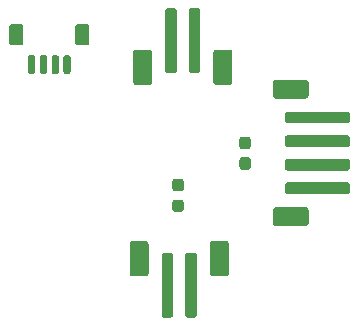
<source format=gbr>
G04 #@! TF.GenerationSoftware,KiCad,Pcbnew,(5.1.5-0)*
G04 #@! TF.CreationDate,2020-12-28T17:14:56-07:00*
G04 #@! TF.ProjectId,back_v2,6261636b-5f76-4322-9e6b-696361645f70,rev?*
G04 #@! TF.SameCoordinates,Original*
G04 #@! TF.FileFunction,Paste,Top*
G04 #@! TF.FilePolarity,Positive*
%FSLAX46Y46*%
G04 Gerber Fmt 4.6, Leading zero omitted, Abs format (unit mm)*
G04 Created by KiCad (PCBNEW (5.1.5-0)) date 2020-12-28 17:14:56*
%MOMM*%
%LPD*%
G04 APERTURE LIST*
%ADD10C,0.100000*%
G04 APERTURE END LIST*
D10*
G36*
X139360779Y-114551144D02*
G01*
X139383834Y-114554563D01*
X139406443Y-114560227D01*
X139428387Y-114568079D01*
X139449457Y-114578044D01*
X139469448Y-114590026D01*
X139488168Y-114603910D01*
X139505438Y-114619562D01*
X139521090Y-114636832D01*
X139534974Y-114655552D01*
X139546956Y-114675543D01*
X139556921Y-114696613D01*
X139564773Y-114718557D01*
X139570437Y-114741166D01*
X139573856Y-114764221D01*
X139575000Y-114787500D01*
X139575000Y-115362500D01*
X139573856Y-115385779D01*
X139570437Y-115408834D01*
X139564773Y-115431443D01*
X139556921Y-115453387D01*
X139546956Y-115474457D01*
X139534974Y-115494448D01*
X139521090Y-115513168D01*
X139505438Y-115530438D01*
X139488168Y-115546090D01*
X139469448Y-115559974D01*
X139449457Y-115571956D01*
X139428387Y-115581921D01*
X139406443Y-115589773D01*
X139383834Y-115595437D01*
X139360779Y-115598856D01*
X139337500Y-115600000D01*
X138862500Y-115600000D01*
X138839221Y-115598856D01*
X138816166Y-115595437D01*
X138793557Y-115589773D01*
X138771613Y-115581921D01*
X138750543Y-115571956D01*
X138730552Y-115559974D01*
X138711832Y-115546090D01*
X138694562Y-115530438D01*
X138678910Y-115513168D01*
X138665026Y-115494448D01*
X138653044Y-115474457D01*
X138643079Y-115453387D01*
X138635227Y-115431443D01*
X138629563Y-115408834D01*
X138626144Y-115385779D01*
X138625000Y-115362500D01*
X138625000Y-114787500D01*
X138626144Y-114764221D01*
X138629563Y-114741166D01*
X138635227Y-114718557D01*
X138643079Y-114696613D01*
X138653044Y-114675543D01*
X138665026Y-114655552D01*
X138678910Y-114636832D01*
X138694562Y-114619562D01*
X138711832Y-114603910D01*
X138730552Y-114590026D01*
X138750543Y-114578044D01*
X138771613Y-114568079D01*
X138793557Y-114560227D01*
X138816166Y-114554563D01*
X138839221Y-114551144D01*
X138862500Y-114550000D01*
X139337500Y-114550000D01*
X139360779Y-114551144D01*
G37*
G36*
X139360779Y-112801144D02*
G01*
X139383834Y-112804563D01*
X139406443Y-112810227D01*
X139428387Y-112818079D01*
X139449457Y-112828044D01*
X139469448Y-112840026D01*
X139488168Y-112853910D01*
X139505438Y-112869562D01*
X139521090Y-112886832D01*
X139534974Y-112905552D01*
X139546956Y-112925543D01*
X139556921Y-112946613D01*
X139564773Y-112968557D01*
X139570437Y-112991166D01*
X139573856Y-113014221D01*
X139575000Y-113037500D01*
X139575000Y-113612500D01*
X139573856Y-113635779D01*
X139570437Y-113658834D01*
X139564773Y-113681443D01*
X139556921Y-113703387D01*
X139546956Y-113724457D01*
X139534974Y-113744448D01*
X139521090Y-113763168D01*
X139505438Y-113780438D01*
X139488168Y-113796090D01*
X139469448Y-113809974D01*
X139449457Y-113821956D01*
X139428387Y-113831921D01*
X139406443Y-113839773D01*
X139383834Y-113845437D01*
X139360779Y-113848856D01*
X139337500Y-113850000D01*
X138862500Y-113850000D01*
X138839221Y-113848856D01*
X138816166Y-113845437D01*
X138793557Y-113839773D01*
X138771613Y-113831921D01*
X138750543Y-113821956D01*
X138730552Y-113809974D01*
X138711832Y-113796090D01*
X138694562Y-113780438D01*
X138678910Y-113763168D01*
X138665026Y-113744448D01*
X138653044Y-113724457D01*
X138643079Y-113703387D01*
X138635227Y-113681443D01*
X138629563Y-113658834D01*
X138626144Y-113635779D01*
X138625000Y-113612500D01*
X138625000Y-113037500D01*
X138626144Y-113014221D01*
X138629563Y-112991166D01*
X138635227Y-112968557D01*
X138643079Y-112946613D01*
X138653044Y-112925543D01*
X138665026Y-112905552D01*
X138678910Y-112886832D01*
X138694562Y-112869562D01*
X138711832Y-112853910D01*
X138730552Y-112840026D01*
X138750543Y-112828044D01*
X138771613Y-112818079D01*
X138793557Y-112810227D01*
X138816166Y-112804563D01*
X138839221Y-112801144D01*
X138862500Y-112800000D01*
X139337500Y-112800000D01*
X139360779Y-112801144D01*
G37*
G36*
X145035779Y-110976144D02*
G01*
X145058834Y-110979563D01*
X145081443Y-110985227D01*
X145103387Y-110993079D01*
X145124457Y-111003044D01*
X145144448Y-111015026D01*
X145163168Y-111028910D01*
X145180438Y-111044562D01*
X145196090Y-111061832D01*
X145209974Y-111080552D01*
X145221956Y-111100543D01*
X145231921Y-111121613D01*
X145239773Y-111143557D01*
X145245437Y-111166166D01*
X145248856Y-111189221D01*
X145250000Y-111212500D01*
X145250000Y-111787500D01*
X145248856Y-111810779D01*
X145245437Y-111833834D01*
X145239773Y-111856443D01*
X145231921Y-111878387D01*
X145221956Y-111899457D01*
X145209974Y-111919448D01*
X145196090Y-111938168D01*
X145180438Y-111955438D01*
X145163168Y-111971090D01*
X145144448Y-111984974D01*
X145124457Y-111996956D01*
X145103387Y-112006921D01*
X145081443Y-112014773D01*
X145058834Y-112020437D01*
X145035779Y-112023856D01*
X145012500Y-112025000D01*
X144537500Y-112025000D01*
X144514221Y-112023856D01*
X144491166Y-112020437D01*
X144468557Y-112014773D01*
X144446613Y-112006921D01*
X144425543Y-111996956D01*
X144405552Y-111984974D01*
X144386832Y-111971090D01*
X144369562Y-111955438D01*
X144353910Y-111938168D01*
X144340026Y-111919448D01*
X144328044Y-111899457D01*
X144318079Y-111878387D01*
X144310227Y-111856443D01*
X144304563Y-111833834D01*
X144301144Y-111810779D01*
X144300000Y-111787500D01*
X144300000Y-111212500D01*
X144301144Y-111189221D01*
X144304563Y-111166166D01*
X144310227Y-111143557D01*
X144318079Y-111121613D01*
X144328044Y-111100543D01*
X144340026Y-111080552D01*
X144353910Y-111061832D01*
X144369562Y-111044562D01*
X144386832Y-111028910D01*
X144405552Y-111015026D01*
X144425543Y-111003044D01*
X144446613Y-110993079D01*
X144468557Y-110985227D01*
X144491166Y-110979563D01*
X144514221Y-110976144D01*
X144537500Y-110975000D01*
X145012500Y-110975000D01*
X145035779Y-110976144D01*
G37*
G36*
X145035779Y-109226144D02*
G01*
X145058834Y-109229563D01*
X145081443Y-109235227D01*
X145103387Y-109243079D01*
X145124457Y-109253044D01*
X145144448Y-109265026D01*
X145163168Y-109278910D01*
X145180438Y-109294562D01*
X145196090Y-109311832D01*
X145209974Y-109330552D01*
X145221956Y-109350543D01*
X145231921Y-109371613D01*
X145239773Y-109393557D01*
X145245437Y-109416166D01*
X145248856Y-109439221D01*
X145250000Y-109462500D01*
X145250000Y-110037500D01*
X145248856Y-110060779D01*
X145245437Y-110083834D01*
X145239773Y-110106443D01*
X145231921Y-110128387D01*
X145221956Y-110149457D01*
X145209974Y-110169448D01*
X145196090Y-110188168D01*
X145180438Y-110205438D01*
X145163168Y-110221090D01*
X145144448Y-110234974D01*
X145124457Y-110246956D01*
X145103387Y-110256921D01*
X145081443Y-110264773D01*
X145058834Y-110270437D01*
X145035779Y-110273856D01*
X145012500Y-110275000D01*
X144537500Y-110275000D01*
X144514221Y-110273856D01*
X144491166Y-110270437D01*
X144468557Y-110264773D01*
X144446613Y-110256921D01*
X144425543Y-110246956D01*
X144405552Y-110234974D01*
X144386832Y-110221090D01*
X144369562Y-110205438D01*
X144353910Y-110188168D01*
X144340026Y-110169448D01*
X144328044Y-110149457D01*
X144318079Y-110128387D01*
X144310227Y-110106443D01*
X144304563Y-110083834D01*
X144301144Y-110060779D01*
X144300000Y-110037500D01*
X144300000Y-109462500D01*
X144301144Y-109439221D01*
X144304563Y-109416166D01*
X144310227Y-109393557D01*
X144318079Y-109371613D01*
X144328044Y-109350543D01*
X144340026Y-109330552D01*
X144353910Y-109311832D01*
X144369562Y-109294562D01*
X144386832Y-109278910D01*
X144405552Y-109265026D01*
X144425543Y-109253044D01*
X144446613Y-109243079D01*
X144468557Y-109235227D01*
X144491166Y-109229563D01*
X144514221Y-109226144D01*
X144537500Y-109225000D01*
X145012500Y-109225000D01*
X145035779Y-109226144D01*
G37*
G36*
X131374505Y-99701204D02*
G01*
X131398773Y-99704804D01*
X131422572Y-99710765D01*
X131445671Y-99719030D01*
X131467850Y-99729520D01*
X131488893Y-99742132D01*
X131508599Y-99756747D01*
X131526777Y-99773223D01*
X131543253Y-99791401D01*
X131557868Y-99811107D01*
X131570480Y-99832150D01*
X131580970Y-99854329D01*
X131589235Y-99877428D01*
X131595196Y-99901227D01*
X131598796Y-99925495D01*
X131600000Y-99949999D01*
X131600000Y-101250001D01*
X131598796Y-101274505D01*
X131595196Y-101298773D01*
X131589235Y-101322572D01*
X131580970Y-101345671D01*
X131570480Y-101367850D01*
X131557868Y-101388893D01*
X131543253Y-101408599D01*
X131526777Y-101426777D01*
X131508599Y-101443253D01*
X131488893Y-101457868D01*
X131467850Y-101470480D01*
X131445671Y-101480970D01*
X131422572Y-101489235D01*
X131398773Y-101495196D01*
X131374505Y-101498796D01*
X131350001Y-101500000D01*
X130649999Y-101500000D01*
X130625495Y-101498796D01*
X130601227Y-101495196D01*
X130577428Y-101489235D01*
X130554329Y-101480970D01*
X130532150Y-101470480D01*
X130511107Y-101457868D01*
X130491401Y-101443253D01*
X130473223Y-101426777D01*
X130456747Y-101408599D01*
X130442132Y-101388893D01*
X130429520Y-101367850D01*
X130419030Y-101345671D01*
X130410765Y-101322572D01*
X130404804Y-101298773D01*
X130401204Y-101274505D01*
X130400000Y-101250001D01*
X130400000Y-99949999D01*
X130401204Y-99925495D01*
X130404804Y-99901227D01*
X130410765Y-99877428D01*
X130419030Y-99854329D01*
X130429520Y-99832150D01*
X130442132Y-99811107D01*
X130456747Y-99791401D01*
X130473223Y-99773223D01*
X130491401Y-99756747D01*
X130511107Y-99742132D01*
X130532150Y-99729520D01*
X130554329Y-99719030D01*
X130577428Y-99710765D01*
X130601227Y-99704804D01*
X130625495Y-99701204D01*
X130649999Y-99700000D01*
X131350001Y-99700000D01*
X131374505Y-99701204D01*
G37*
G36*
X125774505Y-99701204D02*
G01*
X125798773Y-99704804D01*
X125822572Y-99710765D01*
X125845671Y-99719030D01*
X125867850Y-99729520D01*
X125888893Y-99742132D01*
X125908599Y-99756747D01*
X125926777Y-99773223D01*
X125943253Y-99791401D01*
X125957868Y-99811107D01*
X125970480Y-99832150D01*
X125980970Y-99854329D01*
X125989235Y-99877428D01*
X125995196Y-99901227D01*
X125998796Y-99925495D01*
X126000000Y-99949999D01*
X126000000Y-101250001D01*
X125998796Y-101274505D01*
X125995196Y-101298773D01*
X125989235Y-101322572D01*
X125980970Y-101345671D01*
X125970480Y-101367850D01*
X125957868Y-101388893D01*
X125943253Y-101408599D01*
X125926777Y-101426777D01*
X125908599Y-101443253D01*
X125888893Y-101457868D01*
X125867850Y-101470480D01*
X125845671Y-101480970D01*
X125822572Y-101489235D01*
X125798773Y-101495196D01*
X125774505Y-101498796D01*
X125750001Y-101500000D01*
X125049999Y-101500000D01*
X125025495Y-101498796D01*
X125001227Y-101495196D01*
X124977428Y-101489235D01*
X124954329Y-101480970D01*
X124932150Y-101470480D01*
X124911107Y-101457868D01*
X124891401Y-101443253D01*
X124873223Y-101426777D01*
X124856747Y-101408599D01*
X124842132Y-101388893D01*
X124829520Y-101367850D01*
X124819030Y-101345671D01*
X124810765Y-101322572D01*
X124804804Y-101298773D01*
X124801204Y-101274505D01*
X124800000Y-101250001D01*
X124800000Y-99949999D01*
X124801204Y-99925495D01*
X124804804Y-99901227D01*
X124810765Y-99877428D01*
X124819030Y-99854329D01*
X124829520Y-99832150D01*
X124842132Y-99811107D01*
X124856747Y-99791401D01*
X124873223Y-99773223D01*
X124891401Y-99756747D01*
X124911107Y-99742132D01*
X124932150Y-99729520D01*
X124954329Y-99719030D01*
X124977428Y-99710765D01*
X125001227Y-99704804D01*
X125025495Y-99701204D01*
X125049999Y-99700000D01*
X125750001Y-99700000D01*
X125774505Y-99701204D01*
G37*
G36*
X129864703Y-102350722D02*
G01*
X129879264Y-102352882D01*
X129893543Y-102356459D01*
X129907403Y-102361418D01*
X129920710Y-102367712D01*
X129933336Y-102375280D01*
X129945159Y-102384048D01*
X129956066Y-102393934D01*
X129965952Y-102404841D01*
X129974720Y-102416664D01*
X129982288Y-102429290D01*
X129988582Y-102442597D01*
X129993541Y-102456457D01*
X129997118Y-102470736D01*
X129999278Y-102485297D01*
X130000000Y-102500000D01*
X130000000Y-103750000D01*
X129999278Y-103764703D01*
X129997118Y-103779264D01*
X129993541Y-103793543D01*
X129988582Y-103807403D01*
X129982288Y-103820710D01*
X129974720Y-103833336D01*
X129965952Y-103845159D01*
X129956066Y-103856066D01*
X129945159Y-103865952D01*
X129933336Y-103874720D01*
X129920710Y-103882288D01*
X129907403Y-103888582D01*
X129893543Y-103893541D01*
X129879264Y-103897118D01*
X129864703Y-103899278D01*
X129850000Y-103900000D01*
X129550000Y-103900000D01*
X129535297Y-103899278D01*
X129520736Y-103897118D01*
X129506457Y-103893541D01*
X129492597Y-103888582D01*
X129479290Y-103882288D01*
X129466664Y-103874720D01*
X129454841Y-103865952D01*
X129443934Y-103856066D01*
X129434048Y-103845159D01*
X129425280Y-103833336D01*
X129417712Y-103820710D01*
X129411418Y-103807403D01*
X129406459Y-103793543D01*
X129402882Y-103779264D01*
X129400722Y-103764703D01*
X129400000Y-103750000D01*
X129400000Y-102500000D01*
X129400722Y-102485297D01*
X129402882Y-102470736D01*
X129406459Y-102456457D01*
X129411418Y-102442597D01*
X129417712Y-102429290D01*
X129425280Y-102416664D01*
X129434048Y-102404841D01*
X129443934Y-102393934D01*
X129454841Y-102384048D01*
X129466664Y-102375280D01*
X129479290Y-102367712D01*
X129492597Y-102361418D01*
X129506457Y-102356459D01*
X129520736Y-102352882D01*
X129535297Y-102350722D01*
X129550000Y-102350000D01*
X129850000Y-102350000D01*
X129864703Y-102350722D01*
G37*
G36*
X128864703Y-102350722D02*
G01*
X128879264Y-102352882D01*
X128893543Y-102356459D01*
X128907403Y-102361418D01*
X128920710Y-102367712D01*
X128933336Y-102375280D01*
X128945159Y-102384048D01*
X128956066Y-102393934D01*
X128965952Y-102404841D01*
X128974720Y-102416664D01*
X128982288Y-102429290D01*
X128988582Y-102442597D01*
X128993541Y-102456457D01*
X128997118Y-102470736D01*
X128999278Y-102485297D01*
X129000000Y-102500000D01*
X129000000Y-103750000D01*
X128999278Y-103764703D01*
X128997118Y-103779264D01*
X128993541Y-103793543D01*
X128988582Y-103807403D01*
X128982288Y-103820710D01*
X128974720Y-103833336D01*
X128965952Y-103845159D01*
X128956066Y-103856066D01*
X128945159Y-103865952D01*
X128933336Y-103874720D01*
X128920710Y-103882288D01*
X128907403Y-103888582D01*
X128893543Y-103893541D01*
X128879264Y-103897118D01*
X128864703Y-103899278D01*
X128850000Y-103900000D01*
X128550000Y-103900000D01*
X128535297Y-103899278D01*
X128520736Y-103897118D01*
X128506457Y-103893541D01*
X128492597Y-103888582D01*
X128479290Y-103882288D01*
X128466664Y-103874720D01*
X128454841Y-103865952D01*
X128443934Y-103856066D01*
X128434048Y-103845159D01*
X128425280Y-103833336D01*
X128417712Y-103820710D01*
X128411418Y-103807403D01*
X128406459Y-103793543D01*
X128402882Y-103779264D01*
X128400722Y-103764703D01*
X128400000Y-103750000D01*
X128400000Y-102500000D01*
X128400722Y-102485297D01*
X128402882Y-102470736D01*
X128406459Y-102456457D01*
X128411418Y-102442597D01*
X128417712Y-102429290D01*
X128425280Y-102416664D01*
X128434048Y-102404841D01*
X128443934Y-102393934D01*
X128454841Y-102384048D01*
X128466664Y-102375280D01*
X128479290Y-102367712D01*
X128492597Y-102361418D01*
X128506457Y-102356459D01*
X128520736Y-102352882D01*
X128535297Y-102350722D01*
X128550000Y-102350000D01*
X128850000Y-102350000D01*
X128864703Y-102350722D01*
G37*
G36*
X127864703Y-102350722D02*
G01*
X127879264Y-102352882D01*
X127893543Y-102356459D01*
X127907403Y-102361418D01*
X127920710Y-102367712D01*
X127933336Y-102375280D01*
X127945159Y-102384048D01*
X127956066Y-102393934D01*
X127965952Y-102404841D01*
X127974720Y-102416664D01*
X127982288Y-102429290D01*
X127988582Y-102442597D01*
X127993541Y-102456457D01*
X127997118Y-102470736D01*
X127999278Y-102485297D01*
X128000000Y-102500000D01*
X128000000Y-103750000D01*
X127999278Y-103764703D01*
X127997118Y-103779264D01*
X127993541Y-103793543D01*
X127988582Y-103807403D01*
X127982288Y-103820710D01*
X127974720Y-103833336D01*
X127965952Y-103845159D01*
X127956066Y-103856066D01*
X127945159Y-103865952D01*
X127933336Y-103874720D01*
X127920710Y-103882288D01*
X127907403Y-103888582D01*
X127893543Y-103893541D01*
X127879264Y-103897118D01*
X127864703Y-103899278D01*
X127850000Y-103900000D01*
X127550000Y-103900000D01*
X127535297Y-103899278D01*
X127520736Y-103897118D01*
X127506457Y-103893541D01*
X127492597Y-103888582D01*
X127479290Y-103882288D01*
X127466664Y-103874720D01*
X127454841Y-103865952D01*
X127443934Y-103856066D01*
X127434048Y-103845159D01*
X127425280Y-103833336D01*
X127417712Y-103820710D01*
X127411418Y-103807403D01*
X127406459Y-103793543D01*
X127402882Y-103779264D01*
X127400722Y-103764703D01*
X127400000Y-103750000D01*
X127400000Y-102500000D01*
X127400722Y-102485297D01*
X127402882Y-102470736D01*
X127406459Y-102456457D01*
X127411418Y-102442597D01*
X127417712Y-102429290D01*
X127425280Y-102416664D01*
X127434048Y-102404841D01*
X127443934Y-102393934D01*
X127454841Y-102384048D01*
X127466664Y-102375280D01*
X127479290Y-102367712D01*
X127492597Y-102361418D01*
X127506457Y-102356459D01*
X127520736Y-102352882D01*
X127535297Y-102350722D01*
X127550000Y-102350000D01*
X127850000Y-102350000D01*
X127864703Y-102350722D01*
G37*
G36*
X126864703Y-102350722D02*
G01*
X126879264Y-102352882D01*
X126893543Y-102356459D01*
X126907403Y-102361418D01*
X126920710Y-102367712D01*
X126933336Y-102375280D01*
X126945159Y-102384048D01*
X126956066Y-102393934D01*
X126965952Y-102404841D01*
X126974720Y-102416664D01*
X126982288Y-102429290D01*
X126988582Y-102442597D01*
X126993541Y-102456457D01*
X126997118Y-102470736D01*
X126999278Y-102485297D01*
X127000000Y-102500000D01*
X127000000Y-103750000D01*
X126999278Y-103764703D01*
X126997118Y-103779264D01*
X126993541Y-103793543D01*
X126988582Y-103807403D01*
X126982288Y-103820710D01*
X126974720Y-103833336D01*
X126965952Y-103845159D01*
X126956066Y-103856066D01*
X126945159Y-103865952D01*
X126933336Y-103874720D01*
X126920710Y-103882288D01*
X126907403Y-103888582D01*
X126893543Y-103893541D01*
X126879264Y-103897118D01*
X126864703Y-103899278D01*
X126850000Y-103900000D01*
X126550000Y-103900000D01*
X126535297Y-103899278D01*
X126520736Y-103897118D01*
X126506457Y-103893541D01*
X126492597Y-103888582D01*
X126479290Y-103882288D01*
X126466664Y-103874720D01*
X126454841Y-103865952D01*
X126443934Y-103856066D01*
X126434048Y-103845159D01*
X126425280Y-103833336D01*
X126417712Y-103820710D01*
X126411418Y-103807403D01*
X126406459Y-103793543D01*
X126402882Y-103779264D01*
X126400722Y-103764703D01*
X126400000Y-103750000D01*
X126400000Y-102500000D01*
X126400722Y-102485297D01*
X126402882Y-102470736D01*
X126406459Y-102456457D01*
X126411418Y-102442597D01*
X126417712Y-102429290D01*
X126425280Y-102416664D01*
X126434048Y-102404841D01*
X126443934Y-102393934D01*
X126454841Y-102384048D01*
X126466664Y-102375280D01*
X126479290Y-102367712D01*
X126492597Y-102361418D01*
X126506457Y-102356459D01*
X126520736Y-102352882D01*
X126535297Y-102350722D01*
X126550000Y-102350000D01*
X126850000Y-102350000D01*
X126864703Y-102350722D01*
G37*
G36*
X149924504Y-104401204D02*
G01*
X149948773Y-104404804D01*
X149972571Y-104410765D01*
X149995671Y-104419030D01*
X150017849Y-104429520D01*
X150038893Y-104442133D01*
X150058598Y-104456747D01*
X150076777Y-104473223D01*
X150093253Y-104491402D01*
X150107867Y-104511107D01*
X150120480Y-104532151D01*
X150130970Y-104554329D01*
X150139235Y-104577429D01*
X150145196Y-104601227D01*
X150148796Y-104625496D01*
X150150000Y-104650000D01*
X150150000Y-105750000D01*
X150148796Y-105774504D01*
X150145196Y-105798773D01*
X150139235Y-105822571D01*
X150130970Y-105845671D01*
X150120480Y-105867849D01*
X150107867Y-105888893D01*
X150093253Y-105908598D01*
X150076777Y-105926777D01*
X150058598Y-105943253D01*
X150038893Y-105957867D01*
X150017849Y-105970480D01*
X149995671Y-105980970D01*
X149972571Y-105989235D01*
X149948773Y-105995196D01*
X149924504Y-105998796D01*
X149900000Y-106000000D01*
X147400000Y-106000000D01*
X147375496Y-105998796D01*
X147351227Y-105995196D01*
X147327429Y-105989235D01*
X147304329Y-105980970D01*
X147282151Y-105970480D01*
X147261107Y-105957867D01*
X147241402Y-105943253D01*
X147223223Y-105926777D01*
X147206747Y-105908598D01*
X147192133Y-105888893D01*
X147179520Y-105867849D01*
X147169030Y-105845671D01*
X147160765Y-105822571D01*
X147154804Y-105798773D01*
X147151204Y-105774504D01*
X147150000Y-105750000D01*
X147150000Y-104650000D01*
X147151204Y-104625496D01*
X147154804Y-104601227D01*
X147160765Y-104577429D01*
X147169030Y-104554329D01*
X147179520Y-104532151D01*
X147192133Y-104511107D01*
X147206747Y-104491402D01*
X147223223Y-104473223D01*
X147241402Y-104456747D01*
X147261107Y-104442133D01*
X147282151Y-104429520D01*
X147304329Y-104419030D01*
X147327429Y-104410765D01*
X147351227Y-104404804D01*
X147375496Y-104401204D01*
X147400000Y-104400000D01*
X149900000Y-104400000D01*
X149924504Y-104401204D01*
G37*
G36*
X149924504Y-115201204D02*
G01*
X149948773Y-115204804D01*
X149972571Y-115210765D01*
X149995671Y-115219030D01*
X150017849Y-115229520D01*
X150038893Y-115242133D01*
X150058598Y-115256747D01*
X150076777Y-115273223D01*
X150093253Y-115291402D01*
X150107867Y-115311107D01*
X150120480Y-115332151D01*
X150130970Y-115354329D01*
X150139235Y-115377429D01*
X150145196Y-115401227D01*
X150148796Y-115425496D01*
X150150000Y-115450000D01*
X150150000Y-116550000D01*
X150148796Y-116574504D01*
X150145196Y-116598773D01*
X150139235Y-116622571D01*
X150130970Y-116645671D01*
X150120480Y-116667849D01*
X150107867Y-116688893D01*
X150093253Y-116708598D01*
X150076777Y-116726777D01*
X150058598Y-116743253D01*
X150038893Y-116757867D01*
X150017849Y-116770480D01*
X149995671Y-116780970D01*
X149972571Y-116789235D01*
X149948773Y-116795196D01*
X149924504Y-116798796D01*
X149900000Y-116800000D01*
X147400000Y-116800000D01*
X147375496Y-116798796D01*
X147351227Y-116795196D01*
X147327429Y-116789235D01*
X147304329Y-116780970D01*
X147282151Y-116770480D01*
X147261107Y-116757867D01*
X147241402Y-116743253D01*
X147223223Y-116726777D01*
X147206747Y-116708598D01*
X147192133Y-116688893D01*
X147179520Y-116667849D01*
X147169030Y-116645671D01*
X147160765Y-116622571D01*
X147154804Y-116598773D01*
X147151204Y-116574504D01*
X147150000Y-116550000D01*
X147150000Y-115450000D01*
X147151204Y-115425496D01*
X147154804Y-115401227D01*
X147160765Y-115377429D01*
X147169030Y-115354329D01*
X147179520Y-115332151D01*
X147192133Y-115311107D01*
X147206747Y-115291402D01*
X147223223Y-115273223D01*
X147241402Y-115256747D01*
X147261107Y-115242133D01*
X147282151Y-115229520D01*
X147304329Y-115219030D01*
X147327429Y-115210765D01*
X147351227Y-115204804D01*
X147375496Y-115201204D01*
X147400000Y-115200000D01*
X149900000Y-115200000D01*
X149924504Y-115201204D01*
G37*
G36*
X153424504Y-107101204D02*
G01*
X153448773Y-107104804D01*
X153472571Y-107110765D01*
X153495671Y-107119030D01*
X153517849Y-107129520D01*
X153538893Y-107142133D01*
X153558598Y-107156747D01*
X153576777Y-107173223D01*
X153593253Y-107191402D01*
X153607867Y-107211107D01*
X153620480Y-107232151D01*
X153630970Y-107254329D01*
X153639235Y-107277429D01*
X153645196Y-107301227D01*
X153648796Y-107325496D01*
X153650000Y-107350000D01*
X153650000Y-107850000D01*
X153648796Y-107874504D01*
X153645196Y-107898773D01*
X153639235Y-107922571D01*
X153630970Y-107945671D01*
X153620480Y-107967849D01*
X153607867Y-107988893D01*
X153593253Y-108008598D01*
X153576777Y-108026777D01*
X153558598Y-108043253D01*
X153538893Y-108057867D01*
X153517849Y-108070480D01*
X153495671Y-108080970D01*
X153472571Y-108089235D01*
X153448773Y-108095196D01*
X153424504Y-108098796D01*
X153400000Y-108100000D01*
X148400000Y-108100000D01*
X148375496Y-108098796D01*
X148351227Y-108095196D01*
X148327429Y-108089235D01*
X148304329Y-108080970D01*
X148282151Y-108070480D01*
X148261107Y-108057867D01*
X148241402Y-108043253D01*
X148223223Y-108026777D01*
X148206747Y-108008598D01*
X148192133Y-107988893D01*
X148179520Y-107967849D01*
X148169030Y-107945671D01*
X148160765Y-107922571D01*
X148154804Y-107898773D01*
X148151204Y-107874504D01*
X148150000Y-107850000D01*
X148150000Y-107350000D01*
X148151204Y-107325496D01*
X148154804Y-107301227D01*
X148160765Y-107277429D01*
X148169030Y-107254329D01*
X148179520Y-107232151D01*
X148192133Y-107211107D01*
X148206747Y-107191402D01*
X148223223Y-107173223D01*
X148241402Y-107156747D01*
X148261107Y-107142133D01*
X148282151Y-107129520D01*
X148304329Y-107119030D01*
X148327429Y-107110765D01*
X148351227Y-107104804D01*
X148375496Y-107101204D01*
X148400000Y-107100000D01*
X153400000Y-107100000D01*
X153424504Y-107101204D01*
G37*
G36*
X153424504Y-109101204D02*
G01*
X153448773Y-109104804D01*
X153472571Y-109110765D01*
X153495671Y-109119030D01*
X153517849Y-109129520D01*
X153538893Y-109142133D01*
X153558598Y-109156747D01*
X153576777Y-109173223D01*
X153593253Y-109191402D01*
X153607867Y-109211107D01*
X153620480Y-109232151D01*
X153630970Y-109254329D01*
X153639235Y-109277429D01*
X153645196Y-109301227D01*
X153648796Y-109325496D01*
X153650000Y-109350000D01*
X153650000Y-109850000D01*
X153648796Y-109874504D01*
X153645196Y-109898773D01*
X153639235Y-109922571D01*
X153630970Y-109945671D01*
X153620480Y-109967849D01*
X153607867Y-109988893D01*
X153593253Y-110008598D01*
X153576777Y-110026777D01*
X153558598Y-110043253D01*
X153538893Y-110057867D01*
X153517849Y-110070480D01*
X153495671Y-110080970D01*
X153472571Y-110089235D01*
X153448773Y-110095196D01*
X153424504Y-110098796D01*
X153400000Y-110100000D01*
X148400000Y-110100000D01*
X148375496Y-110098796D01*
X148351227Y-110095196D01*
X148327429Y-110089235D01*
X148304329Y-110080970D01*
X148282151Y-110070480D01*
X148261107Y-110057867D01*
X148241402Y-110043253D01*
X148223223Y-110026777D01*
X148206747Y-110008598D01*
X148192133Y-109988893D01*
X148179520Y-109967849D01*
X148169030Y-109945671D01*
X148160765Y-109922571D01*
X148154804Y-109898773D01*
X148151204Y-109874504D01*
X148150000Y-109850000D01*
X148150000Y-109350000D01*
X148151204Y-109325496D01*
X148154804Y-109301227D01*
X148160765Y-109277429D01*
X148169030Y-109254329D01*
X148179520Y-109232151D01*
X148192133Y-109211107D01*
X148206747Y-109191402D01*
X148223223Y-109173223D01*
X148241402Y-109156747D01*
X148261107Y-109142133D01*
X148282151Y-109129520D01*
X148304329Y-109119030D01*
X148327429Y-109110765D01*
X148351227Y-109104804D01*
X148375496Y-109101204D01*
X148400000Y-109100000D01*
X153400000Y-109100000D01*
X153424504Y-109101204D01*
G37*
G36*
X153424504Y-111101204D02*
G01*
X153448773Y-111104804D01*
X153472571Y-111110765D01*
X153495671Y-111119030D01*
X153517849Y-111129520D01*
X153538893Y-111142133D01*
X153558598Y-111156747D01*
X153576777Y-111173223D01*
X153593253Y-111191402D01*
X153607867Y-111211107D01*
X153620480Y-111232151D01*
X153630970Y-111254329D01*
X153639235Y-111277429D01*
X153645196Y-111301227D01*
X153648796Y-111325496D01*
X153650000Y-111350000D01*
X153650000Y-111850000D01*
X153648796Y-111874504D01*
X153645196Y-111898773D01*
X153639235Y-111922571D01*
X153630970Y-111945671D01*
X153620480Y-111967849D01*
X153607867Y-111988893D01*
X153593253Y-112008598D01*
X153576777Y-112026777D01*
X153558598Y-112043253D01*
X153538893Y-112057867D01*
X153517849Y-112070480D01*
X153495671Y-112080970D01*
X153472571Y-112089235D01*
X153448773Y-112095196D01*
X153424504Y-112098796D01*
X153400000Y-112100000D01*
X148400000Y-112100000D01*
X148375496Y-112098796D01*
X148351227Y-112095196D01*
X148327429Y-112089235D01*
X148304329Y-112080970D01*
X148282151Y-112070480D01*
X148261107Y-112057867D01*
X148241402Y-112043253D01*
X148223223Y-112026777D01*
X148206747Y-112008598D01*
X148192133Y-111988893D01*
X148179520Y-111967849D01*
X148169030Y-111945671D01*
X148160765Y-111922571D01*
X148154804Y-111898773D01*
X148151204Y-111874504D01*
X148150000Y-111850000D01*
X148150000Y-111350000D01*
X148151204Y-111325496D01*
X148154804Y-111301227D01*
X148160765Y-111277429D01*
X148169030Y-111254329D01*
X148179520Y-111232151D01*
X148192133Y-111211107D01*
X148206747Y-111191402D01*
X148223223Y-111173223D01*
X148241402Y-111156747D01*
X148261107Y-111142133D01*
X148282151Y-111129520D01*
X148304329Y-111119030D01*
X148327429Y-111110765D01*
X148351227Y-111104804D01*
X148375496Y-111101204D01*
X148400000Y-111100000D01*
X153400000Y-111100000D01*
X153424504Y-111101204D01*
G37*
G36*
X153424504Y-113101204D02*
G01*
X153448773Y-113104804D01*
X153472571Y-113110765D01*
X153495671Y-113119030D01*
X153517849Y-113129520D01*
X153538893Y-113142133D01*
X153558598Y-113156747D01*
X153576777Y-113173223D01*
X153593253Y-113191402D01*
X153607867Y-113211107D01*
X153620480Y-113232151D01*
X153630970Y-113254329D01*
X153639235Y-113277429D01*
X153645196Y-113301227D01*
X153648796Y-113325496D01*
X153650000Y-113350000D01*
X153650000Y-113850000D01*
X153648796Y-113874504D01*
X153645196Y-113898773D01*
X153639235Y-113922571D01*
X153630970Y-113945671D01*
X153620480Y-113967849D01*
X153607867Y-113988893D01*
X153593253Y-114008598D01*
X153576777Y-114026777D01*
X153558598Y-114043253D01*
X153538893Y-114057867D01*
X153517849Y-114070480D01*
X153495671Y-114080970D01*
X153472571Y-114089235D01*
X153448773Y-114095196D01*
X153424504Y-114098796D01*
X153400000Y-114100000D01*
X148400000Y-114100000D01*
X148375496Y-114098796D01*
X148351227Y-114095196D01*
X148327429Y-114089235D01*
X148304329Y-114080970D01*
X148282151Y-114070480D01*
X148261107Y-114057867D01*
X148241402Y-114043253D01*
X148223223Y-114026777D01*
X148206747Y-114008598D01*
X148192133Y-113988893D01*
X148179520Y-113967849D01*
X148169030Y-113945671D01*
X148160765Y-113922571D01*
X148154804Y-113898773D01*
X148151204Y-113874504D01*
X148150000Y-113850000D01*
X148150000Y-113350000D01*
X148151204Y-113325496D01*
X148154804Y-113301227D01*
X148160765Y-113277429D01*
X148169030Y-113254329D01*
X148179520Y-113232151D01*
X148192133Y-113211107D01*
X148206747Y-113191402D01*
X148223223Y-113173223D01*
X148241402Y-113156747D01*
X148261107Y-113142133D01*
X148282151Y-113129520D01*
X148304329Y-113119030D01*
X148327429Y-113110765D01*
X148351227Y-113104804D01*
X148375496Y-113101204D01*
X148400000Y-113100000D01*
X153400000Y-113100000D01*
X153424504Y-113101204D01*
G37*
G36*
X143174504Y-118051204D02*
G01*
X143198773Y-118054804D01*
X143222571Y-118060765D01*
X143245671Y-118069030D01*
X143267849Y-118079520D01*
X143288893Y-118092133D01*
X143308598Y-118106747D01*
X143326777Y-118123223D01*
X143343253Y-118141402D01*
X143357867Y-118161107D01*
X143370480Y-118182151D01*
X143380970Y-118204329D01*
X143389235Y-118227429D01*
X143395196Y-118251227D01*
X143398796Y-118275496D01*
X143400000Y-118300000D01*
X143400000Y-120800000D01*
X143398796Y-120824504D01*
X143395196Y-120848773D01*
X143389235Y-120872571D01*
X143380970Y-120895671D01*
X143370480Y-120917849D01*
X143357867Y-120938893D01*
X143343253Y-120958598D01*
X143326777Y-120976777D01*
X143308598Y-120993253D01*
X143288893Y-121007867D01*
X143267849Y-121020480D01*
X143245671Y-121030970D01*
X143222571Y-121039235D01*
X143198773Y-121045196D01*
X143174504Y-121048796D01*
X143150000Y-121050000D01*
X142050000Y-121050000D01*
X142025496Y-121048796D01*
X142001227Y-121045196D01*
X141977429Y-121039235D01*
X141954329Y-121030970D01*
X141932151Y-121020480D01*
X141911107Y-121007867D01*
X141891402Y-120993253D01*
X141873223Y-120976777D01*
X141856747Y-120958598D01*
X141842133Y-120938893D01*
X141829520Y-120917849D01*
X141819030Y-120895671D01*
X141810765Y-120872571D01*
X141804804Y-120848773D01*
X141801204Y-120824504D01*
X141800000Y-120800000D01*
X141800000Y-118300000D01*
X141801204Y-118275496D01*
X141804804Y-118251227D01*
X141810765Y-118227429D01*
X141819030Y-118204329D01*
X141829520Y-118182151D01*
X141842133Y-118161107D01*
X141856747Y-118141402D01*
X141873223Y-118123223D01*
X141891402Y-118106747D01*
X141911107Y-118092133D01*
X141932151Y-118079520D01*
X141954329Y-118069030D01*
X141977429Y-118060765D01*
X142001227Y-118054804D01*
X142025496Y-118051204D01*
X142050000Y-118050000D01*
X143150000Y-118050000D01*
X143174504Y-118051204D01*
G37*
G36*
X136374504Y-118051204D02*
G01*
X136398773Y-118054804D01*
X136422571Y-118060765D01*
X136445671Y-118069030D01*
X136467849Y-118079520D01*
X136488893Y-118092133D01*
X136508598Y-118106747D01*
X136526777Y-118123223D01*
X136543253Y-118141402D01*
X136557867Y-118161107D01*
X136570480Y-118182151D01*
X136580970Y-118204329D01*
X136589235Y-118227429D01*
X136595196Y-118251227D01*
X136598796Y-118275496D01*
X136600000Y-118300000D01*
X136600000Y-120800000D01*
X136598796Y-120824504D01*
X136595196Y-120848773D01*
X136589235Y-120872571D01*
X136580970Y-120895671D01*
X136570480Y-120917849D01*
X136557867Y-120938893D01*
X136543253Y-120958598D01*
X136526777Y-120976777D01*
X136508598Y-120993253D01*
X136488893Y-121007867D01*
X136467849Y-121020480D01*
X136445671Y-121030970D01*
X136422571Y-121039235D01*
X136398773Y-121045196D01*
X136374504Y-121048796D01*
X136350000Y-121050000D01*
X135250000Y-121050000D01*
X135225496Y-121048796D01*
X135201227Y-121045196D01*
X135177429Y-121039235D01*
X135154329Y-121030970D01*
X135132151Y-121020480D01*
X135111107Y-121007867D01*
X135091402Y-120993253D01*
X135073223Y-120976777D01*
X135056747Y-120958598D01*
X135042133Y-120938893D01*
X135029520Y-120917849D01*
X135019030Y-120895671D01*
X135010765Y-120872571D01*
X135004804Y-120848773D01*
X135001204Y-120824504D01*
X135000000Y-120800000D01*
X135000000Y-118300000D01*
X135001204Y-118275496D01*
X135004804Y-118251227D01*
X135010765Y-118227429D01*
X135019030Y-118204329D01*
X135029520Y-118182151D01*
X135042133Y-118161107D01*
X135056747Y-118141402D01*
X135073223Y-118123223D01*
X135091402Y-118106747D01*
X135111107Y-118092133D01*
X135132151Y-118079520D01*
X135154329Y-118069030D01*
X135177429Y-118060765D01*
X135201227Y-118054804D01*
X135225496Y-118051204D01*
X135250000Y-118050000D01*
X136350000Y-118050000D01*
X136374504Y-118051204D01*
G37*
G36*
X140474504Y-119051204D02*
G01*
X140498773Y-119054804D01*
X140522571Y-119060765D01*
X140545671Y-119069030D01*
X140567849Y-119079520D01*
X140588893Y-119092133D01*
X140608598Y-119106747D01*
X140626777Y-119123223D01*
X140643253Y-119141402D01*
X140657867Y-119161107D01*
X140670480Y-119182151D01*
X140680970Y-119204329D01*
X140689235Y-119227429D01*
X140695196Y-119251227D01*
X140698796Y-119275496D01*
X140700000Y-119300000D01*
X140700000Y-124300000D01*
X140698796Y-124324504D01*
X140695196Y-124348773D01*
X140689235Y-124372571D01*
X140680970Y-124395671D01*
X140670480Y-124417849D01*
X140657867Y-124438893D01*
X140643253Y-124458598D01*
X140626777Y-124476777D01*
X140608598Y-124493253D01*
X140588893Y-124507867D01*
X140567849Y-124520480D01*
X140545671Y-124530970D01*
X140522571Y-124539235D01*
X140498773Y-124545196D01*
X140474504Y-124548796D01*
X140450000Y-124550000D01*
X139950000Y-124550000D01*
X139925496Y-124548796D01*
X139901227Y-124545196D01*
X139877429Y-124539235D01*
X139854329Y-124530970D01*
X139832151Y-124520480D01*
X139811107Y-124507867D01*
X139791402Y-124493253D01*
X139773223Y-124476777D01*
X139756747Y-124458598D01*
X139742133Y-124438893D01*
X139729520Y-124417849D01*
X139719030Y-124395671D01*
X139710765Y-124372571D01*
X139704804Y-124348773D01*
X139701204Y-124324504D01*
X139700000Y-124300000D01*
X139700000Y-119300000D01*
X139701204Y-119275496D01*
X139704804Y-119251227D01*
X139710765Y-119227429D01*
X139719030Y-119204329D01*
X139729520Y-119182151D01*
X139742133Y-119161107D01*
X139756747Y-119141402D01*
X139773223Y-119123223D01*
X139791402Y-119106747D01*
X139811107Y-119092133D01*
X139832151Y-119079520D01*
X139854329Y-119069030D01*
X139877429Y-119060765D01*
X139901227Y-119054804D01*
X139925496Y-119051204D01*
X139950000Y-119050000D01*
X140450000Y-119050000D01*
X140474504Y-119051204D01*
G37*
G36*
X138474504Y-119051204D02*
G01*
X138498773Y-119054804D01*
X138522571Y-119060765D01*
X138545671Y-119069030D01*
X138567849Y-119079520D01*
X138588893Y-119092133D01*
X138608598Y-119106747D01*
X138626777Y-119123223D01*
X138643253Y-119141402D01*
X138657867Y-119161107D01*
X138670480Y-119182151D01*
X138680970Y-119204329D01*
X138689235Y-119227429D01*
X138695196Y-119251227D01*
X138698796Y-119275496D01*
X138700000Y-119300000D01*
X138700000Y-124300000D01*
X138698796Y-124324504D01*
X138695196Y-124348773D01*
X138689235Y-124372571D01*
X138680970Y-124395671D01*
X138670480Y-124417849D01*
X138657867Y-124438893D01*
X138643253Y-124458598D01*
X138626777Y-124476777D01*
X138608598Y-124493253D01*
X138588893Y-124507867D01*
X138567849Y-124520480D01*
X138545671Y-124530970D01*
X138522571Y-124539235D01*
X138498773Y-124545196D01*
X138474504Y-124548796D01*
X138450000Y-124550000D01*
X137950000Y-124550000D01*
X137925496Y-124548796D01*
X137901227Y-124545196D01*
X137877429Y-124539235D01*
X137854329Y-124530970D01*
X137832151Y-124520480D01*
X137811107Y-124507867D01*
X137791402Y-124493253D01*
X137773223Y-124476777D01*
X137756747Y-124458598D01*
X137742133Y-124438893D01*
X137729520Y-124417849D01*
X137719030Y-124395671D01*
X137710765Y-124372571D01*
X137704804Y-124348773D01*
X137701204Y-124324504D01*
X137700000Y-124300000D01*
X137700000Y-119300000D01*
X137701204Y-119275496D01*
X137704804Y-119251227D01*
X137710765Y-119227429D01*
X137719030Y-119204329D01*
X137729520Y-119182151D01*
X137742133Y-119161107D01*
X137756747Y-119141402D01*
X137773223Y-119123223D01*
X137791402Y-119106747D01*
X137811107Y-119092133D01*
X137832151Y-119079520D01*
X137854329Y-119069030D01*
X137877429Y-119060765D01*
X137901227Y-119054804D01*
X137925496Y-119051204D01*
X137950000Y-119050000D01*
X138450000Y-119050000D01*
X138474504Y-119051204D01*
G37*
G36*
X136674504Y-101851204D02*
G01*
X136698773Y-101854804D01*
X136722571Y-101860765D01*
X136745671Y-101869030D01*
X136767849Y-101879520D01*
X136788893Y-101892133D01*
X136808598Y-101906747D01*
X136826777Y-101923223D01*
X136843253Y-101941402D01*
X136857867Y-101961107D01*
X136870480Y-101982151D01*
X136880970Y-102004329D01*
X136889235Y-102027429D01*
X136895196Y-102051227D01*
X136898796Y-102075496D01*
X136900000Y-102100000D01*
X136900000Y-104600000D01*
X136898796Y-104624504D01*
X136895196Y-104648773D01*
X136889235Y-104672571D01*
X136880970Y-104695671D01*
X136870480Y-104717849D01*
X136857867Y-104738893D01*
X136843253Y-104758598D01*
X136826777Y-104776777D01*
X136808598Y-104793253D01*
X136788893Y-104807867D01*
X136767849Y-104820480D01*
X136745671Y-104830970D01*
X136722571Y-104839235D01*
X136698773Y-104845196D01*
X136674504Y-104848796D01*
X136650000Y-104850000D01*
X135550000Y-104850000D01*
X135525496Y-104848796D01*
X135501227Y-104845196D01*
X135477429Y-104839235D01*
X135454329Y-104830970D01*
X135432151Y-104820480D01*
X135411107Y-104807867D01*
X135391402Y-104793253D01*
X135373223Y-104776777D01*
X135356747Y-104758598D01*
X135342133Y-104738893D01*
X135329520Y-104717849D01*
X135319030Y-104695671D01*
X135310765Y-104672571D01*
X135304804Y-104648773D01*
X135301204Y-104624504D01*
X135300000Y-104600000D01*
X135300000Y-102100000D01*
X135301204Y-102075496D01*
X135304804Y-102051227D01*
X135310765Y-102027429D01*
X135319030Y-102004329D01*
X135329520Y-101982151D01*
X135342133Y-101961107D01*
X135356747Y-101941402D01*
X135373223Y-101923223D01*
X135391402Y-101906747D01*
X135411107Y-101892133D01*
X135432151Y-101879520D01*
X135454329Y-101869030D01*
X135477429Y-101860765D01*
X135501227Y-101854804D01*
X135525496Y-101851204D01*
X135550000Y-101850000D01*
X136650000Y-101850000D01*
X136674504Y-101851204D01*
G37*
G36*
X143474504Y-101851204D02*
G01*
X143498773Y-101854804D01*
X143522571Y-101860765D01*
X143545671Y-101869030D01*
X143567849Y-101879520D01*
X143588893Y-101892133D01*
X143608598Y-101906747D01*
X143626777Y-101923223D01*
X143643253Y-101941402D01*
X143657867Y-101961107D01*
X143670480Y-101982151D01*
X143680970Y-102004329D01*
X143689235Y-102027429D01*
X143695196Y-102051227D01*
X143698796Y-102075496D01*
X143700000Y-102100000D01*
X143700000Y-104600000D01*
X143698796Y-104624504D01*
X143695196Y-104648773D01*
X143689235Y-104672571D01*
X143680970Y-104695671D01*
X143670480Y-104717849D01*
X143657867Y-104738893D01*
X143643253Y-104758598D01*
X143626777Y-104776777D01*
X143608598Y-104793253D01*
X143588893Y-104807867D01*
X143567849Y-104820480D01*
X143545671Y-104830970D01*
X143522571Y-104839235D01*
X143498773Y-104845196D01*
X143474504Y-104848796D01*
X143450000Y-104850000D01*
X142350000Y-104850000D01*
X142325496Y-104848796D01*
X142301227Y-104845196D01*
X142277429Y-104839235D01*
X142254329Y-104830970D01*
X142232151Y-104820480D01*
X142211107Y-104807867D01*
X142191402Y-104793253D01*
X142173223Y-104776777D01*
X142156747Y-104758598D01*
X142142133Y-104738893D01*
X142129520Y-104717849D01*
X142119030Y-104695671D01*
X142110765Y-104672571D01*
X142104804Y-104648773D01*
X142101204Y-104624504D01*
X142100000Y-104600000D01*
X142100000Y-102100000D01*
X142101204Y-102075496D01*
X142104804Y-102051227D01*
X142110765Y-102027429D01*
X142119030Y-102004329D01*
X142129520Y-101982151D01*
X142142133Y-101961107D01*
X142156747Y-101941402D01*
X142173223Y-101923223D01*
X142191402Y-101906747D01*
X142211107Y-101892133D01*
X142232151Y-101879520D01*
X142254329Y-101869030D01*
X142277429Y-101860765D01*
X142301227Y-101854804D01*
X142325496Y-101851204D01*
X142350000Y-101850000D01*
X143450000Y-101850000D01*
X143474504Y-101851204D01*
G37*
G36*
X138774504Y-98351204D02*
G01*
X138798773Y-98354804D01*
X138822571Y-98360765D01*
X138845671Y-98369030D01*
X138867849Y-98379520D01*
X138888893Y-98392133D01*
X138908598Y-98406747D01*
X138926777Y-98423223D01*
X138943253Y-98441402D01*
X138957867Y-98461107D01*
X138970480Y-98482151D01*
X138980970Y-98504329D01*
X138989235Y-98527429D01*
X138995196Y-98551227D01*
X138998796Y-98575496D01*
X139000000Y-98600000D01*
X139000000Y-103600000D01*
X138998796Y-103624504D01*
X138995196Y-103648773D01*
X138989235Y-103672571D01*
X138980970Y-103695671D01*
X138970480Y-103717849D01*
X138957867Y-103738893D01*
X138943253Y-103758598D01*
X138926777Y-103776777D01*
X138908598Y-103793253D01*
X138888893Y-103807867D01*
X138867849Y-103820480D01*
X138845671Y-103830970D01*
X138822571Y-103839235D01*
X138798773Y-103845196D01*
X138774504Y-103848796D01*
X138750000Y-103850000D01*
X138250000Y-103850000D01*
X138225496Y-103848796D01*
X138201227Y-103845196D01*
X138177429Y-103839235D01*
X138154329Y-103830970D01*
X138132151Y-103820480D01*
X138111107Y-103807867D01*
X138091402Y-103793253D01*
X138073223Y-103776777D01*
X138056747Y-103758598D01*
X138042133Y-103738893D01*
X138029520Y-103717849D01*
X138019030Y-103695671D01*
X138010765Y-103672571D01*
X138004804Y-103648773D01*
X138001204Y-103624504D01*
X138000000Y-103600000D01*
X138000000Y-98600000D01*
X138001204Y-98575496D01*
X138004804Y-98551227D01*
X138010765Y-98527429D01*
X138019030Y-98504329D01*
X138029520Y-98482151D01*
X138042133Y-98461107D01*
X138056747Y-98441402D01*
X138073223Y-98423223D01*
X138091402Y-98406747D01*
X138111107Y-98392133D01*
X138132151Y-98379520D01*
X138154329Y-98369030D01*
X138177429Y-98360765D01*
X138201227Y-98354804D01*
X138225496Y-98351204D01*
X138250000Y-98350000D01*
X138750000Y-98350000D01*
X138774504Y-98351204D01*
G37*
G36*
X140774504Y-98351204D02*
G01*
X140798773Y-98354804D01*
X140822571Y-98360765D01*
X140845671Y-98369030D01*
X140867849Y-98379520D01*
X140888893Y-98392133D01*
X140908598Y-98406747D01*
X140926777Y-98423223D01*
X140943253Y-98441402D01*
X140957867Y-98461107D01*
X140970480Y-98482151D01*
X140980970Y-98504329D01*
X140989235Y-98527429D01*
X140995196Y-98551227D01*
X140998796Y-98575496D01*
X141000000Y-98600000D01*
X141000000Y-103600000D01*
X140998796Y-103624504D01*
X140995196Y-103648773D01*
X140989235Y-103672571D01*
X140980970Y-103695671D01*
X140970480Y-103717849D01*
X140957867Y-103738893D01*
X140943253Y-103758598D01*
X140926777Y-103776777D01*
X140908598Y-103793253D01*
X140888893Y-103807867D01*
X140867849Y-103820480D01*
X140845671Y-103830970D01*
X140822571Y-103839235D01*
X140798773Y-103845196D01*
X140774504Y-103848796D01*
X140750000Y-103850000D01*
X140250000Y-103850000D01*
X140225496Y-103848796D01*
X140201227Y-103845196D01*
X140177429Y-103839235D01*
X140154329Y-103830970D01*
X140132151Y-103820480D01*
X140111107Y-103807867D01*
X140091402Y-103793253D01*
X140073223Y-103776777D01*
X140056747Y-103758598D01*
X140042133Y-103738893D01*
X140029520Y-103717849D01*
X140019030Y-103695671D01*
X140010765Y-103672571D01*
X140004804Y-103648773D01*
X140001204Y-103624504D01*
X140000000Y-103600000D01*
X140000000Y-98600000D01*
X140001204Y-98575496D01*
X140004804Y-98551227D01*
X140010765Y-98527429D01*
X140019030Y-98504329D01*
X140029520Y-98482151D01*
X140042133Y-98461107D01*
X140056747Y-98441402D01*
X140073223Y-98423223D01*
X140091402Y-98406747D01*
X140111107Y-98392133D01*
X140132151Y-98379520D01*
X140154329Y-98369030D01*
X140177429Y-98360765D01*
X140201227Y-98354804D01*
X140225496Y-98351204D01*
X140250000Y-98350000D01*
X140750000Y-98350000D01*
X140774504Y-98351204D01*
G37*
M02*

</source>
